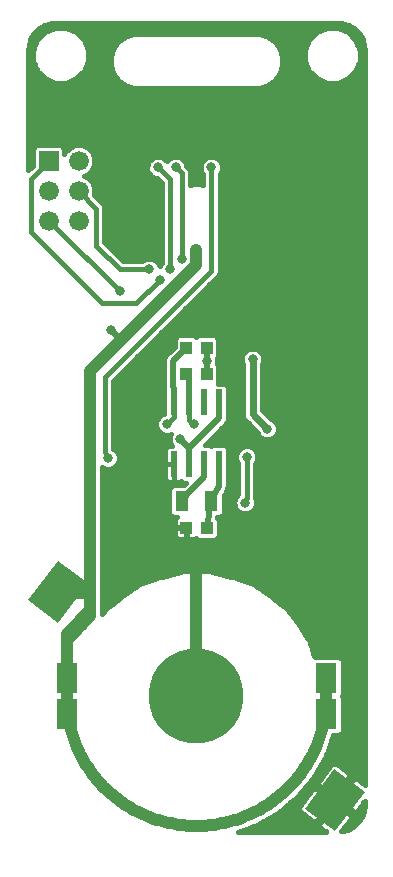
<source format=gbr>
G75*
%MOIN*%
%OFA0B0*%
%FSLAX25Y25*%
%IPPOS*%
%LPD*%
%AMOC8*
5,1,8,0,0,1.08239X$1,22.5*
%
%ADD10R,0.07000X0.10000*%
%ADD11C,0.31496*%
%ADD12R,0.06600X0.06600*%
%ADD13C,0.06600*%
%ADD14R,0.12598X0.16535*%
%ADD15R,0.04331X0.06693*%
%ADD16R,0.04331X0.03937*%
%ADD17R,0.03937X0.04331*%
%ADD18R,0.02362X0.08661*%
%ADD19C,0.01600*%
%ADD20C,0.03169*%
%ADD21C,0.04000*%
%ADD22C,0.02400*%
%ADD23C,0.02000*%
%ADD24C,0.03562*%
%ADD25C,0.03200*%
D10*
X0102362Y0054331D03*
X0015748Y0054331D03*
X0102362Y0042126D03*
X0015748Y0042126D03*
D11*
X0059055Y0048228D03*
D12*
X0009764Y0226535D03*
D13*
X0019764Y0226535D03*
X0009764Y0216535D03*
X0019764Y0216535D03*
X0009764Y0206535D03*
X0019764Y0206535D03*
D14*
G36*
X0013047Y0072546D02*
X0002987Y0080128D01*
X0012937Y0093332D01*
X0022997Y0085750D01*
X0013047Y0072546D01*
G37*
G36*
X0105173Y0003124D02*
X0095113Y0010706D01*
X0105063Y0023910D01*
X0115123Y0016328D01*
X0105173Y0003124D01*
G37*
D15*
X0063976Y0113189D03*
X0054134Y0113189D03*
D16*
X0062402Y0104331D03*
X0055709Y0104331D03*
D17*
X0062402Y0164370D03*
X0055709Y0164370D03*
X0062402Y0155512D03*
X0055709Y0155512D03*
D18*
X0061555Y0125591D03*
X0061555Y0146063D03*
X0066555Y0125591D03*
X0056555Y0125591D03*
X0051555Y0125591D03*
X0066555Y0146063D03*
X0056555Y0146063D03*
X0051555Y0146063D03*
D19*
X0112068Y0009282D02*
X0115113Y0013324D01*
X0115113Y0011811D01*
X0115038Y0010661D01*
X0114442Y0008438D01*
X0113292Y0006445D01*
X0111665Y0004818D01*
X0109672Y0003668D01*
X0107450Y0003072D01*
X0107385Y0003068D01*
X0111105Y0008004D01*
X0105276Y0012397D01*
X0106239Y0013675D01*
X0112068Y0009282D01*
X0106683Y0035145D02*
X0107843Y0036305D01*
X0107843Y0047947D01*
X0107562Y0048228D01*
X0107843Y0048510D01*
X0107843Y0060151D01*
X0106683Y0061312D01*
X0098438Y0061312D01*
X0098397Y0061477D01*
X0098312Y0061528D01*
X0096792Y0066088D01*
X0096857Y0066414D01*
X0096510Y0066934D01*
X0096313Y0067527D01*
X0096016Y0067675D01*
X0092851Y0072423D01*
X0092863Y0072548D01*
X0092347Y0073179D01*
X0091895Y0073857D01*
X0091772Y0073881D01*
X0089161Y0077073D01*
X0089136Y0077323D01*
X0088593Y0077767D01*
X0088149Y0078309D01*
X0087900Y0078334D01*
X0084708Y0080945D01*
X0084684Y0081068D01*
X0084006Y0081520D01*
X0083375Y0082036D01*
X0083250Y0082024D01*
X0078502Y0085189D01*
X0078354Y0085486D01*
X0077761Y0085684D01*
X0077240Y0086030D01*
X0076915Y0085965D01*
X0072355Y0087486D01*
X0072304Y0087570D01*
X0071490Y0087774D01*
X0070695Y0088039D01*
X0070607Y0087995D01*
X0064133Y0089613D01*
X0063916Y0089830D01*
X0063267Y0089830D01*
X0062637Y0089987D01*
X0062374Y0089830D01*
X0055736Y0089830D01*
X0055474Y0089987D01*
X0054843Y0089830D01*
X0054194Y0089830D01*
X0053977Y0089613D01*
X0047504Y0087995D01*
X0047415Y0088039D01*
X0046620Y0087774D01*
X0045806Y0087570D01*
X0045756Y0087486D01*
X0041195Y0085965D01*
X0040870Y0086030D01*
X0040350Y0085684D01*
X0039756Y0085486D01*
X0039608Y0085189D01*
X0034860Y0082024D01*
X0034735Y0082036D01*
X0034105Y0081520D01*
X0033427Y0081068D01*
X0033402Y0080945D01*
X0030211Y0078334D01*
X0029961Y0078309D01*
X0029517Y0077767D01*
X0028974Y0077323D01*
X0028949Y0077073D01*
X0027629Y0075460D01*
X0027603Y0075904D01*
X0027603Y0082628D01*
X0027621Y0083371D01*
X0027603Y0083418D01*
X0027603Y0124399D01*
X0028818Y0123895D01*
X0030237Y0123895D01*
X0031547Y0124438D01*
X0032550Y0125441D01*
X0033093Y0126751D01*
X0033093Y0128170D01*
X0032550Y0129480D01*
X0031547Y0130483D01*
X0031324Y0130575D01*
X0031324Y0153376D01*
X0065552Y0187603D01*
X0065552Y0187603D01*
X0066334Y0188385D01*
X0066757Y0189407D01*
X0066757Y0222148D01*
X0066999Y0222390D01*
X0067542Y0223700D01*
X0067542Y0225119D01*
X0066999Y0226429D01*
X0065996Y0227432D01*
X0064686Y0227975D01*
X0063267Y0227975D01*
X0061957Y0227432D01*
X0060954Y0226429D01*
X0060411Y0225119D01*
X0060411Y0223700D01*
X0060954Y0222390D01*
X0061195Y0222148D01*
X0061195Y0218522D01*
X0059945Y0219040D01*
X0058165Y0219040D01*
X0056915Y0218522D01*
X0056915Y0222994D01*
X0056492Y0224016D01*
X0055731Y0224777D01*
X0055731Y0225119D01*
X0055188Y0226429D01*
X0054185Y0227432D01*
X0052875Y0227975D01*
X0051456Y0227975D01*
X0050146Y0227432D01*
X0049213Y0226499D01*
X0048279Y0227432D01*
X0046969Y0227975D01*
X0045551Y0227975D01*
X0044240Y0227432D01*
X0043237Y0226429D01*
X0042694Y0225119D01*
X0042694Y0223700D01*
X0043237Y0222390D01*
X0044240Y0221387D01*
X0045551Y0220844D01*
X0045892Y0220844D01*
X0047416Y0219320D01*
X0047416Y0192714D01*
X0047174Y0192472D01*
X0046752Y0191453D01*
X0046330Y0192472D01*
X0045327Y0193475D01*
X0044016Y0194018D01*
X0042598Y0194018D01*
X0041287Y0193475D01*
X0041046Y0193234D01*
X0034617Y0193234D01*
X0028372Y0199479D01*
X0028372Y0210620D01*
X0028375Y0211164D01*
X0028372Y0211173D01*
X0028372Y0211183D01*
X0028163Y0211686D01*
X0027959Y0212189D01*
X0027952Y0212196D01*
X0027948Y0212205D01*
X0027564Y0212590D01*
X0024945Y0215244D01*
X0025045Y0215485D01*
X0025045Y0217586D01*
X0024241Y0219527D01*
X0022755Y0221013D01*
X0021493Y0221535D01*
X0022755Y0222058D01*
X0024241Y0223544D01*
X0025045Y0225485D01*
X0025045Y0227586D01*
X0024241Y0229527D01*
X0022755Y0231013D01*
X0020814Y0231817D01*
X0018713Y0231817D01*
X0016772Y0231013D01*
X0015287Y0229527D01*
X0015045Y0228943D01*
X0015045Y0230656D01*
X0013884Y0231817D01*
X0005643Y0231817D01*
X0004483Y0230656D01*
X0004483Y0225054D01*
X0002997Y0223508D01*
X0002997Y0263780D01*
X0003072Y0264930D01*
X0003668Y0267153D01*
X0004818Y0269145D01*
X0006445Y0270772D01*
X0008438Y0271923D01*
X0010661Y0272518D01*
X0011811Y0272594D01*
X0106299Y0272594D01*
X0107450Y0272518D01*
X0109672Y0271923D01*
X0111665Y0270772D01*
X0113292Y0269145D01*
X0114442Y0267153D01*
X0115038Y0264930D01*
X0115113Y0263780D01*
X0115113Y0018592D01*
X0111816Y0021076D01*
X0106239Y0013675D01*
X0104961Y0014638D01*
X0110538Y0022039D01*
X0105957Y0025491D01*
X0105518Y0025669D01*
X0105047Y0025727D01*
X0104578Y0025661D01*
X0104142Y0025476D01*
X0103768Y0025184D01*
X0099131Y0019030D01*
X0104961Y0014638D01*
X0103998Y0013360D01*
X0098168Y0017753D01*
X0093532Y0011599D01*
X0093354Y0011160D01*
X0093296Y0010690D01*
X0093362Y0010220D01*
X0093547Y0009784D01*
X0093839Y0009411D01*
X0098420Y0005958D01*
X0103998Y0013360D01*
X0105276Y0012397D01*
X0099698Y0004995D01*
X0102350Y0002997D01*
X0073044Y0002997D01*
X0079116Y0005207D01*
X0079116Y0005207D01*
X0086282Y0009344D01*
X0092621Y0014663D01*
X0092621Y0014663D01*
X0097939Y0021001D01*
X0097939Y0021001D01*
X0102076Y0028167D01*
X0104616Y0035145D01*
X0106683Y0035145D01*
X0078861Y0111988D02*
X0078861Y0113406D01*
X0078582Y0114078D01*
X0078568Y0114272D01*
X0078568Y0125692D01*
X0078810Y0125933D01*
X0079353Y0127244D01*
X0079353Y0128662D01*
X0078810Y0129972D01*
X0077807Y0130975D01*
X0076497Y0131518D01*
X0075078Y0131518D01*
X0073768Y0130975D01*
X0072765Y0129972D01*
X0072222Y0128662D01*
X0072222Y0127244D01*
X0072765Y0125933D01*
X0073006Y0125692D01*
X0073006Y0115450D01*
X0072273Y0114716D01*
X0071730Y0113406D01*
X0071730Y0111988D01*
X0072273Y0110677D01*
X0073276Y0109674D01*
X0074586Y0109131D01*
X0076004Y0109131D01*
X0077315Y0109674D01*
X0078318Y0110677D01*
X0078861Y0111988D01*
X0086243Y0136594D02*
X0086243Y0138012D01*
X0085700Y0139323D01*
X0084697Y0140326D01*
X0083769Y0140710D01*
X0080937Y0143542D01*
X0080937Y0158796D01*
X0081321Y0159724D01*
X0081321Y0161142D01*
X0080778Y0162453D01*
X0079776Y0163456D01*
X0078465Y0163998D01*
X0077047Y0163998D01*
X0075736Y0163456D01*
X0074733Y0162453D01*
X0074191Y0161142D01*
X0074191Y0159724D01*
X0074575Y0158796D01*
X0074575Y0141592D01*
X0075059Y0140422D01*
X0075954Y0139528D01*
X0079270Y0136211D01*
X0079655Y0135284D01*
X0080658Y0134281D01*
X0081968Y0133738D01*
X0083386Y0133738D01*
X0084697Y0134281D01*
X0085700Y0135284D01*
X0086243Y0136594D01*
X0055524Y0100562D02*
X0055524Y0104146D01*
X0055893Y0104146D01*
X0055893Y0100562D01*
X0058111Y0100562D01*
X0058569Y0100685D01*
X0058913Y0100884D01*
X0059416Y0100381D01*
X0065388Y0100381D01*
X0066548Y0101542D01*
X0066548Y0107120D01*
X0066019Y0107649D01*
X0066057Y0107861D01*
X0066962Y0107861D01*
X0068123Y0109022D01*
X0068123Y0114816D01*
X0068887Y0116344D01*
X0068964Y0116422D01*
X0069151Y0116872D01*
X0069369Y0117307D01*
X0069376Y0117416D01*
X0069418Y0117517D01*
X0069418Y0118004D01*
X0069453Y0118490D01*
X0069418Y0118594D01*
X0069418Y0120140D01*
X0069717Y0120439D01*
X0069717Y0130742D01*
X0068557Y0131902D01*
X0064553Y0131902D01*
X0064055Y0131404D01*
X0063557Y0131902D01*
X0061807Y0131902D01*
X0068522Y0138617D01*
X0068926Y0139004D01*
X0068940Y0139035D01*
X0068964Y0139059D01*
X0069179Y0139577D01*
X0069404Y0140089D01*
X0069405Y0140123D01*
X0069418Y0140155D01*
X0069418Y0140612D01*
X0069717Y0140912D01*
X0069717Y0151214D01*
X0068557Y0152375D01*
X0066200Y0152375D01*
X0066351Y0152526D01*
X0066351Y0158498D01*
X0065934Y0158915D01*
X0066065Y0159232D01*
X0066065Y0160650D01*
X0065934Y0160967D01*
X0066351Y0161384D01*
X0066351Y0167356D01*
X0065191Y0168517D01*
X0059612Y0168517D01*
X0059055Y0167959D01*
X0058498Y0168517D01*
X0052920Y0168517D01*
X0051759Y0167356D01*
X0051759Y0164677D01*
X0049508Y0162475D01*
X0049492Y0162468D01*
X0049085Y0162060D01*
X0048673Y0161657D01*
X0048666Y0161642D01*
X0048654Y0161630D01*
X0048433Y0161097D01*
X0048207Y0160567D01*
X0048207Y0160550D01*
X0048200Y0160534D01*
X0048200Y0159957D01*
X0048194Y0159381D01*
X0048200Y0159365D01*
X0048200Y0152059D01*
X0048165Y0151955D01*
X0048200Y0151469D01*
X0048200Y0150982D01*
X0048242Y0150881D01*
X0048250Y0150772D01*
X0048393Y0150485D01*
X0048393Y0142299D01*
X0047193Y0141802D01*
X0046190Y0140799D01*
X0045647Y0139489D01*
X0045647Y0138070D01*
X0046190Y0136760D01*
X0047193Y0135757D01*
X0048503Y0135214D01*
X0049922Y0135214D01*
X0050432Y0135425D01*
X0050076Y0134567D01*
X0050076Y0133149D01*
X0050619Y0131839D01*
X0050737Y0131721D01*
X0050137Y0131721D01*
X0049679Y0131599D01*
X0049269Y0131362D01*
X0048934Y0131026D01*
X0048697Y0130616D01*
X0048574Y0130158D01*
X0048574Y0125591D01*
X0051555Y0125591D01*
X0051555Y0125590D01*
X0048574Y0125590D01*
X0048574Y0121023D01*
X0048697Y0120565D01*
X0048934Y0120155D01*
X0049269Y0119819D01*
X0049679Y0119583D01*
X0050137Y0119460D01*
X0051555Y0119460D01*
X0051555Y0125590D01*
X0051555Y0125590D01*
X0051555Y0119460D01*
X0052973Y0119460D01*
X0053431Y0119583D01*
X0053841Y0119819D01*
X0053927Y0119905D01*
X0054553Y0119279D01*
X0055516Y0119279D01*
X0054807Y0118570D01*
X0054705Y0118517D01*
X0051148Y0118517D01*
X0049987Y0117356D01*
X0049987Y0109022D01*
X0051148Y0107861D01*
X0052649Y0107861D01*
X0052438Y0107740D01*
X0052103Y0107404D01*
X0051866Y0106994D01*
X0051743Y0106536D01*
X0051743Y0104515D01*
X0055524Y0104515D01*
X0055524Y0104146D01*
X0051743Y0104146D01*
X0051743Y0102125D01*
X0051866Y0101667D01*
X0052103Y0101257D01*
X0052438Y0100922D01*
X0052849Y0100685D01*
X0053306Y0100562D01*
X0055524Y0100562D01*
X0022879Y0260001D02*
X0022879Y0263621D01*
X0021493Y0266965D01*
X0018934Y0269525D01*
X0015589Y0270910D01*
X0011970Y0270910D01*
X0008625Y0269525D01*
X0006066Y0266965D01*
X0004680Y0263621D01*
X0004680Y0260001D01*
X0006066Y0256657D01*
X0008625Y0254097D01*
X0011970Y0252712D01*
X0015589Y0252712D01*
X0018934Y0254097D01*
X0021493Y0256657D01*
X0022879Y0260001D01*
X0113430Y0260001D02*
X0113430Y0263621D01*
X0112045Y0266965D01*
X0109485Y0269525D01*
X0106141Y0270910D01*
X0102521Y0270910D01*
X0099176Y0269525D01*
X0096617Y0266965D01*
X0095231Y0263621D01*
X0095231Y0260001D01*
X0096617Y0256657D01*
X0099176Y0254097D01*
X0102521Y0252712D01*
X0106141Y0252712D01*
X0109485Y0254097D01*
X0112045Y0256657D01*
X0113430Y0260001D01*
X0030468Y0260439D02*
X0030468Y0258433D01*
X0031339Y0255751D01*
X0031339Y0255751D01*
X0032997Y0253469D01*
X0032997Y0253469D01*
X0032997Y0253469D01*
X0035278Y0251812D01*
X0035278Y0251812D01*
X0037960Y0250940D01*
X0080150Y0250940D01*
X0082832Y0251812D01*
X0082832Y0251812D01*
X0085114Y0253469D01*
X0085114Y0253469D01*
X0085114Y0253469D01*
X0086771Y0255751D01*
X0086771Y0255751D01*
X0087643Y0258433D01*
X0087643Y0261253D01*
X0086771Y0263934D01*
X0086771Y0263934D01*
X0085114Y0266216D01*
X0085114Y0266216D01*
X0085114Y0266216D01*
X0082832Y0267873D01*
X0082832Y0267873D01*
X0080150Y0268745D01*
X0037960Y0268745D01*
X0035278Y0267873D01*
X0035278Y0267873D01*
X0032997Y0266216D01*
X0032997Y0266216D01*
X0032997Y0266216D01*
X0031339Y0263934D01*
X0030468Y0261253D01*
X0030468Y0260439D01*
X0073594Y0003197D02*
X0102085Y0003197D01*
X0107483Y0003197D02*
X0107915Y0003197D01*
X0099963Y0004796D02*
X0077986Y0004796D01*
X0108687Y0004796D02*
X0111626Y0004796D01*
X0097842Y0006394D02*
X0081172Y0006394D01*
X0098749Y0006394D02*
X0100752Y0006394D01*
X0109892Y0006394D02*
X0113241Y0006394D01*
X0095721Y0007993D02*
X0083941Y0007993D01*
X0099953Y0007993D02*
X0101957Y0007993D01*
X0111096Y0007993D02*
X0114185Y0007993D01*
X0093698Y0009591D02*
X0086576Y0009591D01*
X0101158Y0009591D02*
X0103161Y0009591D01*
X0108999Y0009591D02*
X0111658Y0009591D01*
X0112301Y0009591D02*
X0114751Y0009591D01*
X0093366Y0011190D02*
X0088481Y0011190D01*
X0102362Y0011190D02*
X0104366Y0011190D01*
X0106878Y0011190D02*
X0109536Y0011190D01*
X0113505Y0011190D02*
X0115073Y0011190D01*
X0094427Y0012788D02*
X0090386Y0012788D01*
X0103567Y0012788D02*
X0104757Y0012788D01*
X0105570Y0012788D02*
X0107415Y0012788D01*
X0114710Y0012788D02*
X0115113Y0012788D01*
X0095632Y0014387D02*
X0092291Y0014387D01*
X0102635Y0014387D02*
X0104771Y0014387D01*
X0105294Y0014387D02*
X0106775Y0014387D01*
X0096836Y0015985D02*
X0093730Y0015985D01*
X0100514Y0015985D02*
X0103173Y0015985D01*
X0105976Y0015985D02*
X0107979Y0015985D01*
X0098041Y0017584D02*
X0095071Y0017584D01*
X0098393Y0017584D02*
X0101051Y0017584D01*
X0107181Y0017584D02*
X0109184Y0017584D01*
X0099246Y0019182D02*
X0096413Y0019182D01*
X0108385Y0019182D02*
X0110389Y0019182D01*
X0114330Y0019182D02*
X0115113Y0019182D01*
X0100450Y0020781D02*
X0097754Y0020781D01*
X0109590Y0020781D02*
X0111593Y0020781D01*
X0112208Y0020781D02*
X0115113Y0020781D01*
X0101655Y0022379D02*
X0098735Y0022379D01*
X0110087Y0022379D02*
X0115113Y0022379D01*
X0102859Y0023978D02*
X0099658Y0023978D01*
X0107966Y0023978D02*
X0115113Y0023978D01*
X0104379Y0025576D02*
X0100581Y0025576D01*
X0105747Y0025576D02*
X0115113Y0025576D01*
X0115113Y0027175D02*
X0101503Y0027175D01*
X0102297Y0028773D02*
X0115113Y0028773D01*
X0115113Y0030372D02*
X0102879Y0030372D01*
X0103461Y0031970D02*
X0115113Y0031970D01*
X0115113Y0033569D02*
X0104042Y0033569D01*
X0106705Y0035167D02*
X0115113Y0035167D01*
X0115113Y0036766D02*
X0107843Y0036766D01*
X0107843Y0038364D02*
X0115113Y0038364D01*
X0115113Y0039963D02*
X0107843Y0039963D01*
X0107843Y0041561D02*
X0115113Y0041561D01*
X0115113Y0043160D02*
X0107843Y0043160D01*
X0107843Y0044758D02*
X0115113Y0044758D01*
X0115113Y0046357D02*
X0107843Y0046357D01*
X0107835Y0047955D02*
X0115113Y0047955D01*
X0115113Y0049554D02*
X0107843Y0049554D01*
X0107843Y0051152D02*
X0115113Y0051152D01*
X0115113Y0052751D02*
X0107843Y0052751D01*
X0107843Y0054349D02*
X0115113Y0054349D01*
X0115113Y0055948D02*
X0107843Y0055948D01*
X0107843Y0057546D02*
X0115113Y0057546D01*
X0115113Y0059145D02*
X0107843Y0059145D01*
X0107251Y0060743D02*
X0115113Y0060743D01*
X0115113Y0062342D02*
X0098041Y0062342D01*
X0097508Y0063940D02*
X0115113Y0063940D01*
X0115113Y0065539D02*
X0096975Y0065539D01*
X0096442Y0067137D02*
X0115113Y0067137D01*
X0115113Y0068736D02*
X0095309Y0068736D01*
X0094243Y0070334D02*
X0115113Y0070334D01*
X0115113Y0071933D02*
X0093178Y0071933D01*
X0092112Y0073532D02*
X0115113Y0073532D01*
X0115113Y0075130D02*
X0090751Y0075130D01*
X0028668Y0076729D02*
X0027603Y0076729D01*
X0089443Y0076729D02*
X0115113Y0076729D01*
X0030140Y0078327D02*
X0027603Y0078327D01*
X0087971Y0078327D02*
X0115113Y0078327D01*
X0032156Y0079926D02*
X0027603Y0079926D01*
X0085955Y0079926D02*
X0115113Y0079926D01*
X0034109Y0081524D02*
X0027603Y0081524D01*
X0084001Y0081524D02*
X0115113Y0081524D01*
X0036508Y0083123D02*
X0027615Y0083123D01*
X0081602Y0083123D02*
X0115113Y0083123D01*
X0038906Y0084721D02*
X0027603Y0084721D01*
X0079204Y0084721D02*
X0115113Y0084721D01*
X0042258Y0086320D02*
X0027603Y0086320D01*
X0075852Y0086320D02*
X0115113Y0086320D01*
X0047053Y0087918D02*
X0027603Y0087918D01*
X0071057Y0087918D02*
X0115113Y0087918D01*
X0053592Y0089517D02*
X0027603Y0089517D01*
X0064518Y0089517D02*
X0115113Y0089517D01*
X0115113Y0091115D02*
X0027603Y0091115D01*
X0027603Y0092714D02*
X0115113Y0092714D01*
X0115113Y0094312D02*
X0027603Y0094312D01*
X0027603Y0095911D02*
X0115113Y0095911D01*
X0115113Y0097509D02*
X0027603Y0097509D01*
X0027603Y0099108D02*
X0115113Y0099108D01*
X0052812Y0100706D02*
X0027603Y0100706D01*
X0055524Y0100706D02*
X0055893Y0100706D01*
X0058606Y0100706D02*
X0059091Y0100706D01*
X0065713Y0100706D02*
X0115113Y0100706D01*
X0051743Y0102305D02*
X0027603Y0102305D01*
X0055524Y0102305D02*
X0055893Y0102305D01*
X0066548Y0102305D02*
X0115113Y0102305D01*
X0051743Y0103903D02*
X0027603Y0103903D01*
X0055524Y0103903D02*
X0055893Y0103903D01*
X0066548Y0103903D02*
X0115113Y0103903D01*
X0051743Y0105502D02*
X0027603Y0105502D01*
X0066548Y0105502D02*
X0115113Y0105502D01*
X0051927Y0107100D02*
X0027603Y0107100D01*
X0066548Y0107100D02*
X0115113Y0107100D01*
X0050311Y0108699D02*
X0027603Y0108699D01*
X0067800Y0108699D02*
X0115113Y0108699D01*
X0049987Y0110297D02*
X0027603Y0110297D01*
X0068123Y0110297D02*
X0072653Y0110297D01*
X0077938Y0110297D02*
X0115113Y0110297D01*
X0049987Y0111896D02*
X0027603Y0111896D01*
X0068123Y0111896D02*
X0071768Y0111896D01*
X0078823Y0111896D02*
X0115113Y0111896D01*
X0049987Y0113494D02*
X0027603Y0113494D01*
X0068123Y0113494D02*
X0071766Y0113494D01*
X0078824Y0113494D02*
X0115113Y0113494D01*
X0049987Y0115093D02*
X0027603Y0115093D01*
X0068261Y0115093D02*
X0072649Y0115093D01*
X0078568Y0115093D02*
X0115113Y0115093D01*
X0049987Y0116691D02*
X0027603Y0116691D01*
X0069076Y0116691D02*
X0073006Y0116691D01*
X0078568Y0116691D02*
X0115113Y0116691D01*
X0050921Y0118290D02*
X0027603Y0118290D01*
X0069438Y0118290D02*
X0073006Y0118290D01*
X0078568Y0118290D02*
X0115113Y0118290D01*
X0049200Y0119888D02*
X0027603Y0119888D01*
X0051555Y0119888D02*
X0051555Y0119888D01*
X0053910Y0119888D02*
X0053944Y0119888D01*
X0069418Y0119888D02*
X0073006Y0119888D01*
X0078568Y0119888D02*
X0115113Y0119888D01*
X0048574Y0121487D02*
X0027603Y0121487D01*
X0051555Y0121487D02*
X0051555Y0121487D01*
X0069717Y0121487D02*
X0073006Y0121487D01*
X0078568Y0121487D02*
X0115113Y0121487D01*
X0048574Y0123085D02*
X0027603Y0123085D01*
X0051555Y0123085D02*
X0051555Y0123085D01*
X0069717Y0123085D02*
X0073006Y0123085D01*
X0078568Y0123085D02*
X0115113Y0123085D01*
X0048574Y0124684D02*
X0031793Y0124684D01*
X0051555Y0124684D02*
X0051555Y0124684D01*
X0069717Y0124684D02*
X0073006Y0124684D01*
X0078568Y0124684D02*
X0115113Y0124684D01*
X0048574Y0126282D02*
X0032899Y0126282D01*
X0069717Y0126282D02*
X0072620Y0126282D01*
X0078955Y0126282D02*
X0115113Y0126282D01*
X0048574Y0127881D02*
X0033093Y0127881D01*
X0069717Y0127881D02*
X0072222Y0127881D01*
X0079353Y0127881D02*
X0115113Y0127881D01*
X0048574Y0129479D02*
X0032550Y0129479D01*
X0069717Y0129479D02*
X0072561Y0129479D01*
X0079014Y0129479D02*
X0115113Y0129479D01*
X0048985Y0131078D02*
X0031324Y0131078D01*
X0069381Y0131078D02*
X0074016Y0131078D01*
X0077559Y0131078D02*
X0115113Y0131078D01*
X0050272Y0132676D02*
X0031324Y0132676D01*
X0062581Y0132676D02*
X0115113Y0132676D01*
X0050076Y0134275D02*
X0031324Y0134275D01*
X0064180Y0134275D02*
X0080671Y0134275D01*
X0084683Y0134275D02*
X0115113Y0134275D01*
X0047076Y0135873D02*
X0031324Y0135873D01*
X0065778Y0135873D02*
X0079410Y0135873D01*
X0085944Y0135873D02*
X0115113Y0135873D01*
X0045895Y0137472D02*
X0031324Y0137472D01*
X0067377Y0137472D02*
X0078010Y0137472D01*
X0086243Y0137472D02*
X0115113Y0137472D01*
X0045647Y0139070D02*
X0031324Y0139070D01*
X0068969Y0139070D02*
X0076411Y0139070D01*
X0085804Y0139070D02*
X0115113Y0139070D01*
X0046136Y0140669D02*
X0031324Y0140669D01*
X0069475Y0140669D02*
X0074957Y0140669D01*
X0083868Y0140669D02*
X0115113Y0140669D01*
X0048317Y0142268D02*
X0031324Y0142268D01*
X0069717Y0142268D02*
X0074575Y0142268D01*
X0082212Y0142268D02*
X0115113Y0142268D01*
X0048393Y0143866D02*
X0031324Y0143866D01*
X0069717Y0143866D02*
X0074575Y0143866D01*
X0080937Y0143866D02*
X0115113Y0143866D01*
X0048393Y0145465D02*
X0031324Y0145465D01*
X0069717Y0145465D02*
X0074575Y0145465D01*
X0080937Y0145465D02*
X0115113Y0145465D01*
X0048393Y0147063D02*
X0031324Y0147063D01*
X0069717Y0147063D02*
X0074575Y0147063D01*
X0080937Y0147063D02*
X0115113Y0147063D01*
X0048393Y0148662D02*
X0031324Y0148662D01*
X0069717Y0148662D02*
X0074575Y0148662D01*
X0080937Y0148662D02*
X0115113Y0148662D01*
X0048393Y0150260D02*
X0031324Y0150260D01*
X0069717Y0150260D02*
X0074575Y0150260D01*
X0080937Y0150260D02*
X0115113Y0150260D01*
X0048172Y0151859D02*
X0031324Y0151859D01*
X0069073Y0151859D02*
X0074575Y0151859D01*
X0080937Y0151859D02*
X0115113Y0151859D01*
X0048200Y0153457D02*
X0031406Y0153457D01*
X0066351Y0153457D02*
X0074575Y0153457D01*
X0080937Y0153457D02*
X0115113Y0153457D01*
X0048200Y0155056D02*
X0033004Y0155056D01*
X0066351Y0155056D02*
X0074575Y0155056D01*
X0080937Y0155056D02*
X0115113Y0155056D01*
X0048200Y0156654D02*
X0034603Y0156654D01*
X0066351Y0156654D02*
X0074575Y0156654D01*
X0080937Y0156654D02*
X0115113Y0156654D01*
X0048200Y0158253D02*
X0036201Y0158253D01*
X0066351Y0158253D02*
X0074575Y0158253D01*
X0080937Y0158253D02*
X0115113Y0158253D01*
X0048199Y0159851D02*
X0037800Y0159851D01*
X0066065Y0159851D02*
X0074191Y0159851D01*
X0081321Y0159851D02*
X0115113Y0159851D01*
X0048579Y0161450D02*
X0039398Y0161450D01*
X0066351Y0161450D02*
X0074318Y0161450D01*
X0081194Y0161450D02*
X0115113Y0161450D01*
X0050094Y0163048D02*
X0040997Y0163048D01*
X0066351Y0163048D02*
X0075329Y0163048D01*
X0080183Y0163048D02*
X0115113Y0163048D01*
X0051728Y0164647D02*
X0042595Y0164647D01*
X0066351Y0164647D02*
X0115113Y0164647D01*
X0051759Y0166245D02*
X0044194Y0166245D01*
X0066351Y0166245D02*
X0115113Y0166245D01*
X0052247Y0167844D02*
X0045792Y0167844D01*
X0065864Y0167844D02*
X0115113Y0167844D01*
X0115113Y0169442D02*
X0047391Y0169442D01*
X0048990Y0171041D02*
X0115113Y0171041D01*
X0115113Y0172639D02*
X0050588Y0172639D01*
X0052187Y0174238D02*
X0115113Y0174238D01*
X0115113Y0175836D02*
X0053785Y0175836D01*
X0055384Y0177435D02*
X0115113Y0177435D01*
X0115113Y0179033D02*
X0056982Y0179033D01*
X0058581Y0180632D02*
X0115113Y0180632D01*
X0115113Y0182230D02*
X0060179Y0182230D01*
X0061778Y0183829D02*
X0115113Y0183829D01*
X0115113Y0185427D02*
X0063376Y0185427D01*
X0064975Y0187026D02*
X0115113Y0187026D01*
X0115113Y0188624D02*
X0066433Y0188624D01*
X0066757Y0190223D02*
X0115113Y0190223D01*
X0046905Y0191821D02*
X0046599Y0191821D01*
X0066757Y0191821D02*
X0115113Y0191821D01*
X0041232Y0193420D02*
X0034430Y0193420D01*
X0045382Y0193420D02*
X0047416Y0193420D01*
X0066757Y0193420D02*
X0115113Y0193420D01*
X0047416Y0195018D02*
X0032832Y0195018D01*
X0066757Y0195018D02*
X0115113Y0195018D01*
X0047416Y0196617D02*
X0031233Y0196617D01*
X0066757Y0196617D02*
X0115113Y0196617D01*
X0047416Y0198215D02*
X0029635Y0198215D01*
X0066757Y0198215D02*
X0115113Y0198215D01*
X0047416Y0199814D02*
X0028372Y0199814D01*
X0066757Y0199814D02*
X0115113Y0199814D01*
X0047416Y0201412D02*
X0028372Y0201412D01*
X0066757Y0201412D02*
X0115113Y0201412D01*
X0047416Y0203011D02*
X0028372Y0203011D01*
X0066757Y0203011D02*
X0115113Y0203011D01*
X0047416Y0204609D02*
X0028372Y0204609D01*
X0066757Y0204609D02*
X0115113Y0204609D01*
X0047416Y0206208D02*
X0028372Y0206208D01*
X0066757Y0206208D02*
X0115113Y0206208D01*
X0047416Y0207806D02*
X0028372Y0207806D01*
X0066757Y0207806D02*
X0115113Y0207806D01*
X0047416Y0209405D02*
X0028372Y0209405D01*
X0066757Y0209405D02*
X0115113Y0209405D01*
X0047416Y0211003D02*
X0028374Y0211003D01*
X0066757Y0211003D02*
X0115113Y0211003D01*
X0047416Y0212602D02*
X0027552Y0212602D01*
X0066757Y0212602D02*
X0115113Y0212602D01*
X0047416Y0214201D02*
X0025974Y0214201D01*
X0066757Y0214201D02*
X0115113Y0214201D01*
X0047416Y0215799D02*
X0025045Y0215799D01*
X0066757Y0215799D02*
X0115113Y0215799D01*
X0047416Y0217398D02*
X0025045Y0217398D01*
X0066757Y0217398D02*
X0115113Y0217398D01*
X0047416Y0218996D02*
X0024461Y0218996D01*
X0056915Y0218996D02*
X0058059Y0218996D01*
X0060051Y0218996D02*
X0061195Y0218996D01*
X0066757Y0218996D02*
X0115113Y0218996D01*
X0046142Y0220595D02*
X0023173Y0220595D01*
X0056915Y0220595D02*
X0061195Y0220595D01*
X0066757Y0220595D02*
X0115113Y0220595D01*
X0043434Y0222193D02*
X0022890Y0222193D01*
X0056915Y0222193D02*
X0061151Y0222193D01*
X0066802Y0222193D02*
X0115113Y0222193D01*
X0003270Y0223792D02*
X0002997Y0223792D01*
X0024343Y0223792D02*
X0042694Y0223792D01*
X0056585Y0223792D02*
X0060411Y0223792D01*
X0067542Y0223792D02*
X0115113Y0223792D01*
X0004483Y0225390D02*
X0002997Y0225390D01*
X0025006Y0225390D02*
X0042807Y0225390D01*
X0055618Y0225390D02*
X0060523Y0225390D01*
X0067429Y0225390D02*
X0115113Y0225390D01*
X0004483Y0226989D02*
X0002997Y0226989D01*
X0025045Y0226989D02*
X0043797Y0226989D01*
X0048723Y0226989D02*
X0049702Y0226989D01*
X0054628Y0226989D02*
X0061513Y0226989D01*
X0066439Y0226989D02*
X0115113Y0226989D01*
X0004483Y0228587D02*
X0002997Y0228587D01*
X0024630Y0228587D02*
X0115113Y0228587D01*
X0004483Y0230186D02*
X0002997Y0230186D01*
X0015045Y0230186D02*
X0015945Y0230186D01*
X0023582Y0230186D02*
X0115113Y0230186D01*
X0005611Y0231784D02*
X0002997Y0231784D01*
X0013917Y0231784D02*
X0018635Y0231784D01*
X0020892Y0231784D02*
X0115113Y0231784D01*
X0115113Y0233383D02*
X0002997Y0233383D01*
X0002997Y0234981D02*
X0115113Y0234981D01*
X0115113Y0236580D02*
X0002997Y0236580D01*
X0002997Y0238178D02*
X0115113Y0238178D01*
X0115113Y0239777D02*
X0002997Y0239777D01*
X0002997Y0241375D02*
X0115113Y0241375D01*
X0115113Y0242974D02*
X0002997Y0242974D01*
X0002997Y0244572D02*
X0115113Y0244572D01*
X0115113Y0246171D02*
X0002997Y0246171D01*
X0002997Y0247769D02*
X0115113Y0247769D01*
X0115113Y0249368D02*
X0002997Y0249368D01*
X0002997Y0250966D02*
X0037880Y0250966D01*
X0080231Y0250966D02*
X0115113Y0250966D01*
X0034241Y0252565D02*
X0002997Y0252565D01*
X0083869Y0252565D02*
X0115113Y0252565D01*
X0008559Y0254163D02*
X0002997Y0254163D01*
X0019000Y0254163D02*
X0032492Y0254163D01*
X0085618Y0254163D02*
X0099110Y0254163D01*
X0109551Y0254163D02*
X0115113Y0254163D01*
X0006961Y0255762D02*
X0002997Y0255762D01*
X0020599Y0255762D02*
X0031335Y0255762D01*
X0086775Y0255762D02*
X0097512Y0255762D01*
X0111150Y0255762D02*
X0115113Y0255762D01*
X0005774Y0257360D02*
X0002997Y0257360D01*
X0021785Y0257360D02*
X0030816Y0257360D01*
X0087294Y0257360D02*
X0096325Y0257360D01*
X0112336Y0257360D02*
X0115113Y0257360D01*
X0005112Y0258959D02*
X0002997Y0258959D01*
X0022447Y0258959D02*
X0030468Y0258959D01*
X0087643Y0258959D02*
X0095663Y0258959D01*
X0112998Y0258959D02*
X0115113Y0258959D01*
X0004680Y0260557D02*
X0002997Y0260557D01*
X0022879Y0260557D02*
X0030468Y0260557D01*
X0087643Y0260557D02*
X0095231Y0260557D01*
X0113430Y0260557D02*
X0115113Y0260557D01*
X0004680Y0262156D02*
X0002997Y0262156D01*
X0022879Y0262156D02*
X0030761Y0262156D01*
X0087349Y0262156D02*
X0095231Y0262156D01*
X0113430Y0262156D02*
X0115113Y0262156D01*
X0004736Y0263754D02*
X0002997Y0263754D01*
X0022823Y0263754D02*
X0031281Y0263754D01*
X0086830Y0263754D02*
X0095287Y0263754D01*
X0113375Y0263754D02*
X0115113Y0263754D01*
X0005398Y0265353D02*
X0003186Y0265353D01*
X0022161Y0265353D02*
X0032370Y0265353D01*
X0085741Y0265353D02*
X0095949Y0265353D01*
X0112713Y0265353D02*
X0114925Y0265353D01*
X0006060Y0266951D02*
X0003614Y0266951D01*
X0021499Y0266951D02*
X0034009Y0266951D01*
X0084101Y0266951D02*
X0096611Y0266951D01*
X0112050Y0266951D02*
X0114496Y0266951D01*
X0007650Y0268550D02*
X0004475Y0268550D01*
X0019909Y0268550D02*
X0037360Y0268550D01*
X0080750Y0268550D02*
X0098201Y0268550D01*
X0110460Y0268550D02*
X0113636Y0268550D01*
X0010130Y0270148D02*
X0005821Y0270148D01*
X0017429Y0270148D02*
X0100682Y0270148D01*
X0107980Y0270148D02*
X0112289Y0270148D01*
X0109977Y0271747D02*
X0008133Y0271747D01*
X0056594Y0150098D02*
X0056555Y0146063D01*
X0056594Y0140256D01*
X0058071Y0138780D01*
X0028543Y0154528D02*
X0063976Y0189961D01*
X0063976Y0224409D01*
X0028543Y0154528D02*
X0028543Y0129429D01*
X0029528Y0127461D01*
X0056594Y0126969D02*
X0056555Y0125591D01*
X0009764Y0226535D02*
X0003937Y0220472D01*
X0003937Y0202756D01*
X0027559Y0179134D01*
X0038878Y0179134D01*
X0046752Y0187008D01*
X0019764Y0216535D02*
X0025591Y0210630D01*
X0025591Y0198327D01*
X0033465Y0190453D01*
X0043307Y0190453D01*
X0009764Y0206535D02*
X0011319Y0205217D01*
X0033465Y0183071D01*
X0050197Y0190453D02*
X0050197Y0220472D01*
X0046260Y0224409D01*
X0054134Y0193898D02*
X0054134Y0222441D01*
X0052165Y0224409D01*
X0075295Y0112697D02*
X0075787Y0114173D01*
X0075787Y0127953D01*
X0051673Y0150591D02*
X0051555Y0146063D01*
X0051673Y0141240D01*
X0049213Y0138780D01*
D20*
X0059055Y0092520D03*
X0063231Y0092520D03*
X0054879Y0092520D03*
X0028543Y0102362D03*
X0075787Y0102362D03*
X0067913Y0175197D03*
X0070866Y0172244D03*
X0029528Y0122047D03*
X0029528Y0117126D03*
X0040354Y0152559D03*
X0059055Y0229823D03*
X0096457Y0092520D03*
X0036909Y0156004D03*
X0010335Y0243110D03*
X0044783Y0122047D03*
X0044783Y0117126D03*
X0073819Y0107776D03*
X0070374Y0111220D03*
X0102854Y0200295D03*
X0082677Y0212598D03*
X0092520Y0212598D03*
X0112205Y0027559D03*
X0112205Y0022638D03*
X0076772Y0187992D03*
X0079724Y0182087D03*
X0095472Y0171260D03*
X0103346Y0163386D03*
X0103346Y0168307D03*
X0098425Y0129921D03*
X0076772Y0134843D03*
X0030020Y0206693D03*
X0030020Y0211614D03*
X0102362Y0147146D03*
X0082677Y0137303D03*
X0077756Y0160433D03*
X0062500Y0159941D03*
X0058071Y0138780D03*
X0063976Y0224409D03*
X0029528Y0127461D03*
X0016732Y0068898D03*
X0019685Y0071850D03*
X0022638Y0074803D03*
X0053642Y0133858D03*
X0030512Y0170276D03*
X0046752Y0187008D03*
X0043307Y0190453D03*
X0033465Y0183071D03*
X0046260Y0224409D03*
X0050197Y0190453D03*
X0052165Y0224409D03*
X0054134Y0193898D03*
X0075295Y0112697D03*
X0075787Y0127953D03*
X0049213Y0138780D03*
D21*
X0059055Y0092520D02*
X0059055Y0048228D01*
X0059055Y0196850D02*
X0059055Y0191929D01*
X0033957Y0166831D01*
X0023622Y0156496D01*
X0023622Y0082677D01*
X0023622Y0075787D01*
X0015748Y0066929D01*
X0015748Y0054331D01*
X0015748Y0048228D01*
X0015761Y0047182D01*
X0015799Y0046136D01*
X0015862Y0045091D01*
X0015950Y0044048D01*
X0016064Y0043008D01*
X0016202Y0041971D01*
X0016366Y0040937D01*
X0016555Y0039908D01*
X0016768Y0038883D01*
X0017006Y0037864D01*
X0017269Y0036851D01*
X0017556Y0035845D01*
X0017868Y0034845D01*
X0018203Y0033854D01*
X0018562Y0032871D01*
X0018945Y0031897D01*
X0019351Y0030933D01*
X0019781Y0029978D01*
X0020233Y0029035D01*
X0020709Y0028102D01*
X0021206Y0027182D01*
X0021726Y0026273D01*
X0022267Y0025377D01*
X0022830Y0024495D01*
X0023414Y0023627D01*
X0024019Y0022773D01*
X0024644Y0021934D01*
X0025290Y0021110D01*
X0025955Y0020302D01*
X0026639Y0019510D01*
X0027343Y0018735D01*
X0028065Y0017978D01*
X0028805Y0017238D01*
X0029562Y0016516D01*
X0030337Y0015812D01*
X0031129Y0015128D01*
X0031937Y0014463D01*
X0032761Y0013817D01*
X0033600Y0013192D01*
X0034454Y0012587D01*
X0035322Y0012003D01*
X0036204Y0011440D01*
X0037100Y0010899D01*
X0038009Y0010379D01*
X0038929Y0009882D01*
X0039862Y0009406D01*
X0040805Y0008954D01*
X0041760Y0008524D01*
X0042724Y0008118D01*
X0043698Y0007735D01*
X0044681Y0007376D01*
X0045672Y0007041D01*
X0046672Y0006729D01*
X0047678Y0006442D01*
X0048691Y0006179D01*
X0049710Y0005941D01*
X0050735Y0005728D01*
X0051764Y0005539D01*
X0052798Y0005375D01*
X0053835Y0005237D01*
X0054875Y0005123D01*
X0055918Y0005035D01*
X0056963Y0004972D01*
X0058009Y0004934D01*
X0059055Y0004921D01*
X0060101Y0004934D01*
X0061147Y0004972D01*
X0062192Y0005035D01*
X0063235Y0005123D01*
X0064275Y0005237D01*
X0065312Y0005375D01*
X0066346Y0005539D01*
X0067375Y0005728D01*
X0068400Y0005941D01*
X0069419Y0006179D01*
X0070432Y0006442D01*
X0071438Y0006729D01*
X0072438Y0007041D01*
X0073429Y0007376D01*
X0074412Y0007735D01*
X0075386Y0008118D01*
X0076350Y0008524D01*
X0077305Y0008954D01*
X0078248Y0009406D01*
X0079181Y0009882D01*
X0080101Y0010379D01*
X0081010Y0010899D01*
X0081906Y0011440D01*
X0082788Y0012003D01*
X0083656Y0012587D01*
X0084510Y0013192D01*
X0085349Y0013817D01*
X0086173Y0014463D01*
X0086981Y0015128D01*
X0087773Y0015812D01*
X0088548Y0016516D01*
X0089305Y0017238D01*
X0090045Y0017978D01*
X0090767Y0018735D01*
X0091471Y0019510D01*
X0092155Y0020302D01*
X0092820Y0021110D01*
X0093466Y0021934D01*
X0094091Y0022773D01*
X0094696Y0023627D01*
X0095280Y0024495D01*
X0095843Y0025377D01*
X0096384Y0026273D01*
X0096904Y0027182D01*
X0097401Y0028102D01*
X0097877Y0029035D01*
X0098329Y0029978D01*
X0098759Y0030933D01*
X0099165Y0031897D01*
X0099548Y0032871D01*
X0099907Y0033854D01*
X0100242Y0034845D01*
X0100554Y0035845D01*
X0100841Y0036851D01*
X0101104Y0037864D01*
X0101342Y0038883D01*
X0101555Y0039908D01*
X0101744Y0040937D01*
X0101908Y0041971D01*
X0102046Y0043008D01*
X0102160Y0044048D01*
X0102248Y0045091D01*
X0102311Y0046136D01*
X0102349Y0047182D01*
X0102362Y0048228D01*
X0102362Y0054331D01*
X0102362Y0048228D02*
X0102362Y0042126D01*
X0015748Y0042126D02*
X0015748Y0048228D01*
X0015748Y0068898D02*
X0023622Y0076772D01*
X0023622Y0074803D01*
X0015748Y0066929D01*
X0015748Y0068898D01*
X0015748Y0067975D02*
X0016794Y0067975D01*
X0018824Y0071973D02*
X0020792Y0071973D01*
X0022822Y0075972D02*
X0023622Y0075972D01*
X0023622Y0082677D02*
X0021654Y0082677D01*
X0022638Y0082701D02*
X0012992Y0082939D01*
X0012992Y0082939D01*
X0023622Y0082677D01*
D22*
X0082677Y0137303D02*
X0077756Y0142224D01*
X0077756Y0160433D01*
D23*
X0062402Y0155512D02*
X0062500Y0159941D01*
X0062402Y0164370D01*
X0056594Y0150098D02*
X0056594Y0153543D01*
X0055709Y0155512D01*
X0056594Y0126969D02*
X0056594Y0130906D01*
X0053642Y0133858D01*
X0033957Y0166831D02*
X0030512Y0170276D01*
X0066555Y0146063D02*
X0066437Y0140748D01*
X0056594Y0130906D01*
X0061516Y0121063D02*
X0056594Y0116142D01*
X0054134Y0113189D01*
X0061516Y0121063D02*
X0061555Y0125591D01*
X0063976Y0113189D02*
X0066437Y0118110D01*
X0066437Y0121555D01*
X0063976Y0113189D02*
X0062402Y0104331D01*
X0066437Y0121555D02*
X0066555Y0125591D01*
X0051673Y0150591D02*
X0051181Y0151575D01*
X0051181Y0159941D01*
X0055709Y0164370D01*
D24*
X0059055Y0196850D03*
D25*
X0023622Y0082939D02*
X0023622Y0082677D01*
M02*

</source>
